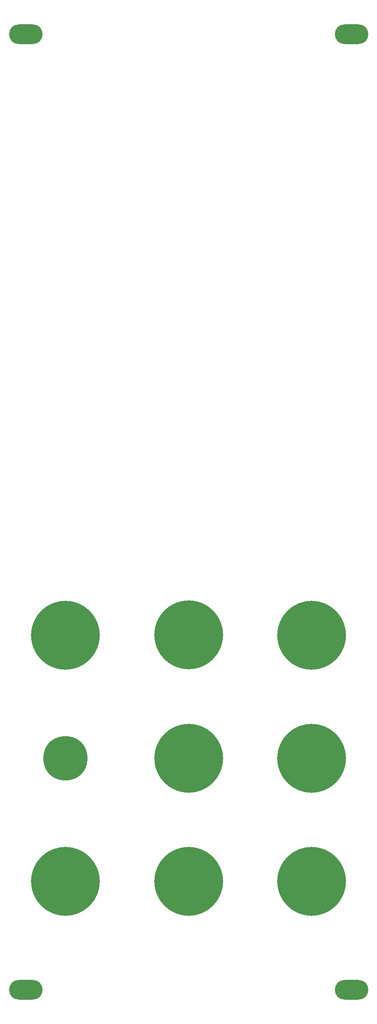
<source format=gbs>
G04 #@! TF.GenerationSoftware,KiCad,Pcbnew,6.0.1-79c1e3a40b~116~ubuntu20.04.1*
G04 #@! TF.CreationDate,2022-01-29T19:49:55-05:00*
G04 #@! TF.ProjectId,attenuverters_panel,61747465-6e75-4766-9572-746572735f70,rev?*
G04 #@! TF.SameCoordinates,Original*
G04 #@! TF.FileFunction,Soldermask,Bot*
G04 #@! TF.FilePolarity,Negative*
%FSLAX46Y46*%
G04 Gerber Fmt 4.6, Leading zero omitted, Abs format (unit mm)*
G04 Created by KiCad (PCBNEW 6.0.1-79c1e3a40b~116~ubuntu20.04.1) date 2022-01-29 19:49:55*
%MOMM*%
%LPD*%
G01*
G04 APERTURE LIST*
%ADD10O,6.800000X4.000000*%
%ADD11C,9.000000*%
%ADD12C,14.000000*%
G04 APERTURE END LIST*
D10*
G04 #@! TO.C,H12*
X86700000Y-204600000D03*
X86700000Y-10600000D03*
G04 #@! TD*
D11*
G04 #@! TO.C,H7*
X28600000Y-157600000D03*
G04 #@! TD*
D12*
G04 #@! TO.C,H1*
X28600000Y-132600000D03*
G04 #@! TD*
D10*
G04 #@! TO.C,H9*
X20500000Y-204600000D03*
X20500000Y-10600000D03*
G04 #@! TD*
D12*
G04 #@! TO.C,H2*
X28600000Y-182600000D03*
G04 #@! TD*
G04 #@! TO.C,H3*
X53600000Y-157600000D03*
G04 #@! TD*
G04 #@! TO.C,H4*
X53600000Y-182600000D03*
G04 #@! TD*
G04 #@! TO.C,H5*
X78600000Y-157600000D03*
G04 #@! TD*
G04 #@! TO.C,H6*
X78600000Y-182600000D03*
G04 #@! TD*
G04 #@! TO.C,H13*
X53600000Y-132568200D03*
G04 #@! TD*
G04 #@! TO.C,H14*
X78600000Y-132600000D03*
G04 #@! TD*
M02*

</source>
